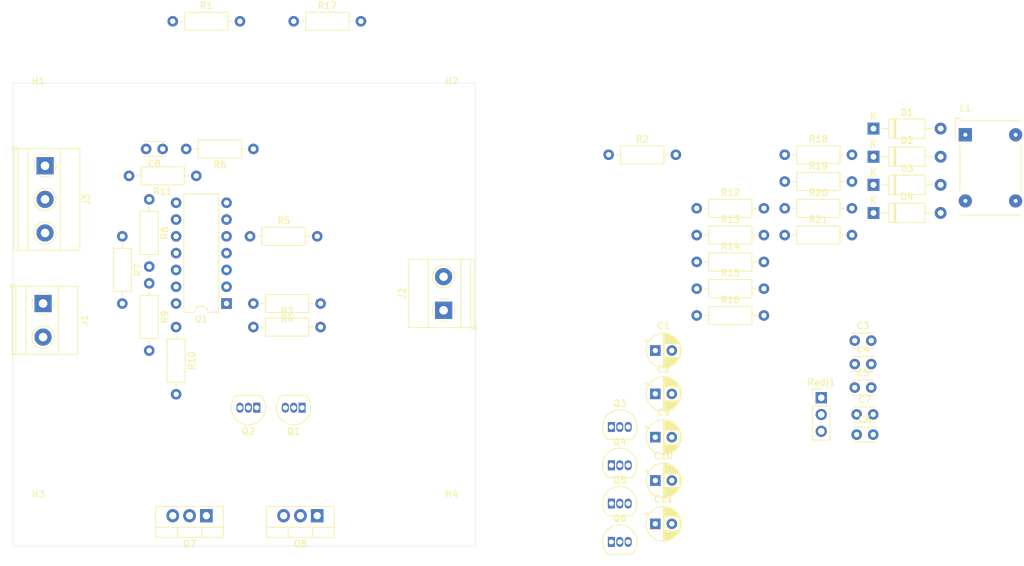
<source format=kicad_pcb>
(kicad_pcb (version 20240108) (generator "pcbnew") (generator_version "8.0")
  (layers (0 "F.Cu" signal) (31 "B.Cu" signal) (34 "B.Paste" user) (35 "F.Paste" user) (36 "B.SilkS" user "B.Silkscreen") (37 "F.SilkS" user "F.Silkscreen") (38 "B.Mask" user) (39 "F.Mask" user) (44 "Edge.Cuts" user))
  (net 0 "")
  (net 1 "GND")
  (net 2 "+5V")
  (net 3 "-5V")
  (net 4 "-30V")
  (net 5 "+30V")
  (net 6 "Net-(U1B-+)")
  (net 7 "Net-(C7-Pad1)")
  (net 8 "Net-(C8-Pad2)")
  (net 9 "Net-(U1C--)")
  (net 10 "RL")
  (net 11 "Net-(D3-K)")
  (net 12 "Net-(D4-A)")
  (net 13 "Vin")
  (net 14 "Vout")
  (net 15 "Net-(Q1-E)")
  (net 16 "Net-(Q1-B)")
  (net 17 "Net-(Q2-E)")
  (net 18 "Net-(Q3-E)")
  (net 19 "Net-(Q4-C)")
  (net 20 "Net-(Q5-E)")
  (net 21 "Net-(Q6-C)")
  (net 22 "Net-(U1A--)")
  (net 23 "Net-(R4-Pad2)")
  (net 24 "Net-(U1B--)")
  (net 25 "Net-(U1C-+)")
  (net 26 "Net-(U1D-+)")
  (net 27 "Net-(R10-Pad1)")
  (footprint "Resistor_THT:R_Axial_DIN0207_L6.3mm_D2.5mm_P10.16mm_Horizontal" (layer "F.Cu") (at 44.704 56.896 -90)
    (property "Reference" "R10" (at 5.08 -2.37 90) (layer "F.SilkS"))
    (property "Value" "470")
    (pad "1" thru_hole circle (at 0 0 270) (size 1.6 1.6) (drill 0.8) (layers "*.Cu" "*.Mask") (net 27 "Net-(R10-Pad1)"))
    (pad "2" thru_hole oval (at 10.16 0 270) (size 1.6 1.6) (drill 0.8) (layers "*.Cu" "*.Mask") (net 16 "Net-(Q1-B)"))
  )
  (footprint "Capacitor_THT:CP_Radial_D5.0mm_P2.50mm" (layer "F.Cu") (at 117.149775 80.094)
    (property "Reference" "C10" (at 1.25 -3.75 0) (layer "F.SilkS"))
    (property "Value" "470uF")
    (pad "1" thru_hole rect (at 0 0) (size 1.6 1.6) (drill 0.8) (layers "*.Cu" "*.Mask") (net 4 "-30V"))
    (pad "2" thru_hole circle (at 2.5 0) (size 1.6 1.6) (drill 0.8) (layers "*.Cu" "*.Mask") (net 1 "GND"))
  )
  (footprint "Resistor_THT:R_Axial_DIN0207_L6.3mm_D2.5mm_P10.16mm_Horizontal" (layer "F.Cu") (at 123.41 38.944)
    (property "Reference" "R12" (at 5.08 -2.37 0) (layer "F.SilkS"))
    (property "Value" "1k")
    (pad "1" thru_hole circle (at 0 0) (size 1.6 1.6) (drill 0.8) (layers "*.Cu" "*.Mask") (net 5 "+30V"))
    (pad "2" thru_hole oval (at 10.16 0) (size 1.6 1.6) (drill 0.8) (layers "*.Cu" "*.Mask") (net 12 "Net-(D4-A)"))
  )
  (footprint "Resistor_THT:R_Axial_DIN0207_L6.3mm_D2.5mm_P10.16mm_Horizontal" (layer "F.Cu") (at 36.576 43.18 -90)
    (property "Reference" "R7" (at 5.08 -2.37 90) (layer "F.SilkS"))
    (property "Value" "2k2")
    (pad "1" thru_hole circle (at 0 0 270) (size 1.6 1.6) (drill 0.8) (layers "*.Cu" "*.Mask") (net 25 "Net-(U1C-+)"))
    (pad "2" thru_hole oval (at 10.16 0 270) (size 1.6 1.6) (drill 0.8) (layers "*.Cu" "*.Mask") (net 1 "GND"))
  )
  (footprint "TerminalBlock_Phoenix:TerminalBlock_Phoenix_MKDS-1,5-3-5.08_1x03_P5.08mm_Horizontal" (layer "F.Cu") (at 24.892 32.512 -90)
    (property "Reference" "J3" (at 5.08 -6.26 90) (layer "F.SilkS"))
    (property "Value" "Fuente")
    (pad "1" thru_hole rect (at 0 0 270) (size 2.6 2.6) (drill 1.3) (layers "*.Cu" "*.Mask") (net 4 "-30V"))
    (pad "2" thru_hole circle (at 5.08 0 270) (size 2.6 2.6) (drill 1.3) (layers "*.Cu" "*.Mask") (net 1 "GND"))
    (pad "3" thru_hole circle (at 10.16 0 270) (size 2.6 2.6) (drill 1.3) (layers "*.Cu" "*.Mask") (net 5 "+30V"))
  )
  (footprint "Connector_PinHeader_2.54mm:PinHeader_1x03_P2.54mm_Vertical" (layer "F.Cu") (at 142.24 67.579)
    (property "Reference" "Radj1" (at 0 -2.33 360) (layer "F.SilkS"))
    (property "Value" "500")
    (pad "1" thru_hole rect (at 0 0) (size 1.7 1.7) (drill 1) (layers "*.Cu" "*.Mask") (net 23 "Net-(R4-Pad2)"))
    (pad "2" thru_hole oval (at 0 2.54) (size 1.7 1.7) (drill 1) (layers "*.Cu" "*.Mask") (net 7 "Net-(C7-Pad1)"))
    (pad "3" thru_hole oval (at 0 5.08) (size 1.7 1.7) (drill 1) (layers "*.Cu" "*.Mask") (net 1 "GND"))
  )
  (footprint "Package_DIP:DIP-14_W7.62mm" (layer "F.Cu") (at 52.324 53.34 180)
    (property "Reference" "U1" (at 3.81 -2.33 360) (layer "F.SilkS"))
    (property "Value" "TL084")
    (pad "1" thru_hole rect (at 0 0 180) (size 1.6 1.6) (drill 0.8) (layers "*.Cu" "*.Mask") (net 23 "Net-(R4-Pad2)"))
    (pad "2" thru_hole oval (at 0 2.54 180) (size 1.6 1.6) (drill 0.8) (layers "*.Cu" "*.Mask") (net 22 "Net-(U1A--)"))
    (pad "3" thru_hole oval (at 0 5.08 180) (size 1.6 1.6) (drill 0.8) (layers "*.Cu" "*.Mask") (net 1 "GND"))
    (pad "4" thru_hole oval (at 0 7.62 180) (size 1.6 1.6) (drill 0.8) (layers "*.Cu" "*.Mask") (net 2 "+5V"))
    (pad "5" thru_hole oval (at 0 10.16 180) (size 1.6 1.6) (drill 0.8) (layers "*.Cu" "*.Mask") (net 6 "Net-(U1B-+)"))
    (pad "6" thru_hole oval (at 0 12.7 180) (size 1.6 1.6) (drill 0.8) (layers "*.Cu" "*.Mask") (net 24 "Net-(U1B--)"))
    (pad "7" thru_hole oval (at 0 15.24 180) (size 1.6 1.6) (drill 0.8) (layers "*.Cu" "*.Mask") (net 24 "Net-(U1B--)"))
    (pad "8" thru_hole oval (at 7.62 15.24 180) (size 1.6 1.6) (drill 0.8) (layers "*.Cu" "*.Mask") (net 8 "Net-(C8-Pad2)"))
    (pad "9" thru_hole oval (at 7.62 12.7 180) (size 1.6 1.6) (drill 0.8) (layers "*.Cu" "*.Mask") (net 9 "Net-(U1C--)"))
    (pad "10" thru_hole oval (at 7.62 10.16 180) (size 1.6 1.6) (drill 0.8) (layers "*.Cu" "*.Mask") (net 25 "Net-(U1C-+)"))
    (pad "11" thru_hole oval (at 7.62 7.62 180) (size 1.6 1.6) (drill 0.8) (layers "*.Cu" "*.Mask") (net 3 "-5V"))
    (pad "12" thru_hole oval (at 7.62 5.08 180) (size 1.6 1.6) (drill 0.8) (layers "*.Cu" "*.Mask") (net 26 "Net-(U1D-+)"))
    (pad "13" thru_hole oval (at 7.62 2.54 180) (size 1.6 1.6) (drill 0.8) (layers "*.Cu" "*.Mask") (net 1 "GND"))
    (pad "14" thru_hole oval (at 7.62 0 180) (size 1.6 1.6) (drill 0.8) (layers "*.Cu" "*.Mask") (net 27 "Net-(R10-Pad1)"))
  )
  (footprint "Resistor_THT:R_Axial_DIN0207_L6.3mm_D2.5mm_P10.16mm_Horizontal" (layer "F.Cu") (at 62.484 10.668)
    (property "Reference" "R17" (at 5.08 -2.37 0) (layer "F.SilkS"))
    (property "Value" "220")
    (pad "1" thru_hole circle (at 0 0) (size 1.6 1.6) (drill 0.8) (layers "*.Cu" "*.Mask") (net 19 "Net-(Q4-C)"))
    (pad "2" thru_hole oval (at 10.16 0) (size 1.6 1.6) (drill 0.8) (layers "*.Cu" "*.Mask") (net 1 "GND"))
  )
  (footprint "Resistor_THT:R_Axial_DIN0207_L6.3mm_D2.5mm_P10.16mm_Horizontal" (layer "F.Cu") (at 55.88 43.18)
    (property "Reference" "R5" (at 5.08 -2.37 0) (layer "F.SilkS"))
    (property "Value" "100k")
    (pad "1" thru_hole circle (at 0 0) (size 1.6 1.6) (drill 0.8) (layers "*.Cu" "*.Mask") (net 6 "Net-(U1B-+)"))
    (pad "2" thru_hole oval (at 10.16 0) (size 1.6 1.6) (drill 0.8) (layers "*.Cu" "*.Mask") (net 1 "GND"))
  )
  (footprint "Resistor_THT:R_Axial_DIN0207_L6.3mm_D2.5mm_P10.16mm_Horizontal" (layer "F.Cu") (at 56.388 56.896)
    (property "Reference" "R3" (at 5.08 -2.37 0) (layer "F.SilkS"))
    (property "Value" "47k")
    (pad "1" thru_hole circle (at 0 0) (size 1.6 1.6) (drill 0.8) (layers "*.Cu" "*.Mask") (net 13 "Vin"))
    (pad "2" thru_hole oval (at 10.16 0) (size 1.6 1.6) (drill 0.8) (layers "*.Cu" "*.Mask") (net 22 "Net-(U1A--)"))
  )
  (footprint "Package_TO_SOT_THT:TO-220-3_Vertical" (layer "F.Cu") (at 66.04 85.415 180)
    (property "Reference" "Q8" (at 2.54 -4.27 360) (layer "F.SilkS"))
    (property "Value" "IRF9540N")
    (pad "1" thru_hole rect (at 0 0 180) (size 1.905 2) (drill 1.1) (layers "*.Cu" "*.Mask") (net 18 "Net-(Q3-E)"))
    (pad "2" thru_hole oval (at 2.54 0 180) (size 1.905 2) (drill 1.1) (layers "*.Cu" "*.Mask") (net 14 "Vout"))
    (pad "3" thru_hole oval (at 5.08 0 180) (size 1.905 2) (drill 1.1) (layers "*.Cu" "*.Mask") (net 5 "+30V"))
  )
  (footprint "Diode_THT:D_A-405_P10.16mm_Horizontal" (layer "F.Cu") (at 150.13 35.394)
    (property "Reference" "D3" (at 5.08 -2.47 0) (layer "F.SilkS"))
    (property "Value" "1N4742")
    (fp_text user "K" (at 0 -1.9 0) (layer "F.SilkS"))
    (pad "1" thru_hole rect (at 0 0) (size 1.8 1.8) (drill 0.9) (layers "*.Cu" "*.Mask") (net 11 "Net-(D3-K)"))
    (pad "2" thru_hole oval (at 10.16 0) (size 1.8 1.8) (drill 0.9) (layers "*.Cu" "*.Mask") (net 4 "-30V"))
  )
  (footprint "Package_TO_SOT_THT:TO-92_Inline" (layer "F.Cu") (at 63.754 69.088 180)
    (property "Reference" "Q1" (at 1.27 -3.56 360) (layer "F.SilkS"))
    (property "Value" "MPSA42")
    (pad "1" thru_hole rect (at 0 0 180) (size 1.05 1.5) (drill 0.75) (layers "*.Cu" "*.Mask") (net 15 "Net-(Q1-E)"))
    (pad "2" thru_hole oval (at 1.27 0 180) (size 1.05 1.5) (drill 0.75) (layers "*.Cu" "*.Mask") (net 16 "Net-(Q1-B)"))
    (pad "3" thru_hole oval (at 2.54 0 180) (size 1.05 1.5) (drill 0.75) (layers "*.Cu" "*.Mask") (net 12 "Net-(D4-A)"))
  )
  (footprint "Diode_THT:D_A-405_P10.16mm_Horizontal" (layer "F.Cu") (at 150.13 31.144)
    (property "Reference" "D2" (at 5.08 -2.47 0) (layer "F.SilkS"))
    (property "Value" "1N4733")
    (fp_text user "K" (at 0 -1.9 0) (layer "F.SilkS"))
    (pad "1" thru_hole rect (at 0 0) (size 1.8 1.8) (drill 0.9) (layers "*.Cu" "*.Mask") (net 1 "GND"))
    (pad "2" thru_hole oval (at 10.16 0) (size 1.8 1.8) (drill 0.9) (layers "*.Cu" "*.Mask") (net 3 "-5V"))
  )
  (footprint "Resistor_THT:R_Axial_DIN0207_L6.3mm_D2.5mm_P10.16mm_Horizontal" (layer "F.Cu") (at 56.388 29.972 180)
    (property "Reference" "R6" (at 5.08 -2.37 360) (layer "F.SilkS"))
    (property "Value" "2k2")
    (pad "1" thru_hole circle (at 0 0 180) (size 1.6 1.6) (drill 0.8) (layers "*.Cu" "*.Mask") (net 24 "Net-(U1B--)"))
    (pad "2" thru_hole oval (at 10.16 0 180) (size 1.6 1.6) (drill 0.8) (layers "*.Cu" "*.Mask") (net 9 "Net-(U1C--)"))
  )
  (footprint "Resistor_THT:R_Axial_DIN0207_L6.3mm_D2.5mm_P10.16mm_Horizontal" (layer "F.Cu") (at 136.72 30.844)
    (property "Reference" "R18" (at 5.08 -2.37 0) (layer "F.SilkS"))
    (property "Value" "220")
    (pad "1" thru_hole circle (at 0 0) (size 1.6 1.6) (drill 0.8) (layers "*.Cu" "*.Mask") (net 1 "GND"))
    (pad "2" thru_hole oval (at 10.16 0) (size 1.6 1.6) (drill 0.8) (layers "*.Cu" "*.Mask") (net 21 "Net-(Q6-C)"))
  )
  (footprint "TerminalBlock_Phoenix:TerminalBlock_Phoenix_MKDS-1,5-2-5.08_1x02_P5.08mm_Horizontal" (layer "F.Cu") (at 85.141 54.361 90)
    (property "Reference" "J2" (at 2.54 -6.26 90) (layer "F.SilkS"))
    (property "Value" "Output")
    (pad "1" thru_hole rect (at 0 0 90) (size 2.6 2.6) (drill 1.3) (layers "*.Cu" "*.Mask") (net 10 "RL"))
    (pad "2" thru_hole circle (at 5.08 0 90) (size 2.6 2.6) (drill 1.3) (layers "*.Cu" "*.Mask") (net 1 "GND"))
  )
  (footprint "Capacitor_THT:C_Disc_D3.0mm_W2.0mm_P2.50mm" (layer "F.Cu") (at 147.3 66.044)
    (property "Reference" "C5" (at 1.25 -2.25 0) (layer "F.SilkS"))
    (property "Value" "0.1uF")
    (pad "1" thru_hole circle (at 0 0) (size 1.6 1.6) (drill 0.8) (layers "*.Cu" "*.Mask") (net 2 "+5V"))
    (pad "2" thru_hole circle (at 2.5 0) (size 1.6 1.6) (drill 0.8) (layers "*.Cu" "*.Mask") (net 1 "GND"))
  )
  (footprint "Capacitor_THT:C_Disc_D3.0mm_W2.0mm_P2.50mm" (layer "F.Cu") (at 147.594 70.104)
    (property "Reference" "C7" (at 1.25 -2.25 0) (layer "F.SilkS"))
    (property "Value" "470nF")
    (pad "1" thru_hole circle (at 0 0) (size 1.6 1.6) (drill 0.8) (layers "*.Cu" "*.Mask") (net 7 "Net-(C7-Pad1)"))
    (pad "2" thru_hole circle (at 2.5 0) (size 1.6 1.6) (drill 0.8) (layers "*.Cu" "*.Mask") (net 6 "Net-(U1B-+)"))
  )
  (footprint "Resistor_THT:R_Axial_DIN0207_L6.3mm_D2.5mm_P10.16mm_Horizontal" (layer "F.Cu") (at 123.41 47.044)
    (property "Reference" "R14" (at 5.08 -2.37 0) (layer "F.SilkS"))
    (property "Value" "220")
    (pad "1" thru_hole circle (at 0 0) (size 1.6 1.6) (drill 0.8) (layers "*.Cu" "*.Mask") (net 1 "GND"))
    (pad "2" thru_hole oval (at 10.16 0) (size 1.6 1.6) (drill 0.8) (layers "*.Cu" "*.Mask") (net 17 "Net-(Q2-E)"))
  )
  (footprint "Inductor_THT:Choke_Schaffner_RN204-04-9.0x14.0mm" (layer "F.Cu") (at 164.025 27.829)
    (property "Reference" "L1" (at 0 -4 0) (layer "F.SilkS"))
    (property "Value" "30uH")
    (pad "1" thru_hole rect (at 0 0) (size 2 2) (drill 0.6) (layers "*.Cu" "*.Mask") (net 14 "Vout"))
    (pad "2" thru_hole circle (at 7.6 0) (size 2 2) (drill 0.6) (layers "*.Cu" "*.Mask") (net 10 "RL"))
    (pad "3" thru_hole circle (at 0 10) (size 2 2) (drill 0.6) (layers "*.Cu" "*.Mask"))
    (pad "4" thru_hole circle (at 7.6 10) (size 2 2) (drill 0.6) (layers "*.Cu" "*.Mask"))
  )
  (footprint "Capacitor_THT:CP_Radial_D5.0mm_P2.50mm" (layer "F.Cu") (at 117.149775 66.994)
    (property "Reference" "C2" (at 1.25 -3.75 0) (layer "F.SilkS"))
    (property "Value" "100uF")
    (pad "1" thru_hole rect (at 0 0) (size 1.6 1.6) (drill 0.8) (layers "*.Cu" "*.Mask") (net 1 "GND"))
    (pad "2" thru_hole circle (at 2.5 0) (size 1.6 1.6) (drill 0.8) (layers "*.Cu" "*.Mask") (net 3 "-5V"))
  )
  (footprint "Resistor_THT:R_Axial_DIN0207_L6.3mm_D2.5mm_P10.16mm_Horizontal" (layer "F.Cu") (at 40.64 50.292 -90)
    (property "Reference" "R9" (at 5.08 -2.37 90) (layer "F.SilkS"))
    (property "Value" "100k")
    (pad "1" thru_hole circle (at 0 0 270) (size 1.6 1.6) (drill 0.8) (layers "*.Cu" "*.Mask") (net 26 "Net-(U1D-+)"))
    (pad "2" thru_hole oval (at 10.16 0 270) (size 1.6 1.6) (drill 0.8) (layers "*.Cu" "*.Mask") (net 27 "Net-(R10-Pad1)"))
  )
  (footprint "Package_TO_SOT_THT:TO-92_Inline" (layer "F.Cu") (at 110.51 89.374)
    (property "Reference" "Q6" (at 1.27 -3.56 0) (layer "F.SilkS"))
    (property "Value" "MPSA42")
    (pad "1" thru_hole rect (at 0 0) (size 1.05 1.5) (drill 0.75) (layers "*.Cu" "*.Mask") (net 20 "Net-(Q5-E)"))
    (pad "2" thru_hole oval (at 1.27 0) (size 1.05 1.5) (drill 0.75) (layers "*.Cu" "*.Mask") (net 11 "Net-(D3-K)"))
    (pad "3" thru_hole oval (at 2.54 0) (size 1.05 1.5) (drill 0.75) (layers "*.Cu" "*.Mask") (net 21 "Net-(Q6-C)"))
  )
  (footprint "Package_TO_SOT_THT:TO-92_Inline" (layer "F.Cu") (at 110.51 72.004)
    (property "Reference" "Q3" (at 1.27 -3.56 0) (layer "F.SilkS"))
    (property "Value" "BC337")
    (pad "1" thru_hole rect (at 0 0) (size 1.05 1.5) (drill 0.75) (layers "*.Cu" "*.Mask") (net 5 "+30V"))
    (pad "2" thru_hole oval (at 1.27 0) (size 1.05 1.5) (drill 0.75) (layers "*.Cu" "*.Mask") (net 12 "Net-(D4-A)"))
    (pad "3" thru_hole oval (at 2.54 0) (size 1.05 1.5) (drill 0.75) (layers "*.Cu" "*.Mask") (net 18 "Net-(Q3-E)"))
  )
  (footprint "Resistor_THT:R_Axial_DIN0207_L6.3mm_D2.5mm_P10.16mm_Horizontal" (layer "F.Cu") (at 136.72 38.944)
    (property "Reference" "R20" (at 5.08 -2.37 0) (layer "F.SilkS"))
    (property "Value" "22k")
    (pad "1" thru_hole circle (at 0 0) (size 1.6 1.6) (drill 0.8) (layers "*.Cu" "*.Mask") (net 16 "Net-(Q1-B)"))
    (pad "2" thru_hole oval (at 10.16 0) (size 1.6 1.6) (drill 0.8) (layers "*.Cu" "*.Mask") (net 14 "Vout"))
  )
  (footprint "MountingHole:MountingHole_3.2mm_M3" (layer "F.Cu") (at 86.36 23.876)
    (property "Reference" "H2" (at 0 -4.2 0) (layer "F.SilkS"))
    (property "Value" "MountingHole")
    (pad "" np_thru_hole circle (at 0 0) (size 3.2 3.2) (drill 3.2) (layers "*.Cu" "*.Mask"))
  )
  (footprint "Resistor_THT:R_Axial_DIN0207_L6.3mm_D2.5mm_P10.16mm_Horizontal" (layer "F.Cu") (at 123.41 51.094)
    (property "Reference" "R15" (at 5.08 -2.37 0) (layer "F.SilkS"))
    (property "Value" "1k")
    (pad "1" thru_hole circle (at 0 0) (size 1.6 1.6) (drill 0.8) (layers "*.Cu" "*.Mask") (net 11 "Net-(D3-K)"))
    (pad "2" thru_hole oval (at 10.16 0) (size 1.6 1.6) (drill 0.8) (layers "*.Cu" "*.Mask") (net 4 "-30V"))
  )
  (footprint "MountingHole:MountingHole_3.2mm_M3" (layer "F.Cu") (at 86.36 86.36)
    (property "Reference" "H4" (at 0 -4.2 0) (layer "F.SilkS"))
    (property "Value" "MountingHole")
    (pad "" np_thru_hole circle (at 0 0) (size 3.2 3.2) (drill 3.2) (layers "*.Cu" "*.Mask"))
  )
  (footprint "MountingHole:MountingHole_3.2mm_M3" (layer "F.Cu") (at 23.876 86.36)
    (property "Reference" "H3" (at 0 -4.2 0) (layer "F.SilkS"))
    (property "Value" "MountingHole")
    (pad "" np_thru_hole circle (at 0 0) (size 3.2 3.2) (drill 3.2) (layers "*.Cu" "*.Mask"))
  )
  (footprint "Diode_THT:D_A-405_P10.16mm_Horizontal" (layer "F.Cu") (at 150.13 39.644)
    (property "Reference" "D4" (at 5.08 -2.47 0) (layer "F.SilkS"))
    (property "Value" "1N4742")
    (fp_text user "K" (at 0 -1.9 0) (layer "F.SilkS"))
    (pad "1" thru_hole rect (at 0 0) (size 1.8 1.8) (drill 0.9) (layers "*.Cu" "*.Mask") (net 5 "+30V"))
    (pad "2" thru_hole oval (at 10.16 0) (size 1.8 1.8) (drill 0.9) (layers "*.Cu" "*.Mask") (net 12 "Net-(D4-A)"))
  )
  (footprint "Capacitor_THT:CP_Radial_D5.0mm_P2.50mm" (layer "F.Cu") (at 117.149775 73.544)
    (property "Reference" "C9" (at 1.25 -3.75 0) (layer "F.SilkS"))
    (property "Value" "470uF")
    (pad "1" thru_hole rect (at 0 0) (size 1.6 1.6) (drill 0.8) (layers "*.Cu" "*.Mask") (net 5 "+30V"))
    (pad "2" thru_hole circle (at 2.5 0) (size 1.6 1.6) (drill 0.8) (layers "*.Cu" "*.Mask") (net 1 "GND"))
  )
  (footprint "Package_TO_SOT_THT:TO-92_Inline" (layer "F.Cu") (at 56.896 69.088 180)
    (property "Reference" "Q2" (at 1.27 -3.56 360) (layer "F.SilkS"))
    (property "Value" "MPSA92")
    (pad "1" thru_hole rect (at 0 0 180) (size 1.05 1.5) (drill 0.75) (layers "*.Cu" "*.Mask") (net 17 "Net-(Q2-E)"))
    (pad "2" thru_hole oval (at 1.27 0 180) (size 1.05 1.5) (drill 0.75) (layers "*.Cu" "*.Mask") (net 16 "Net-(Q1-B)"))
    (pad "3" thru_hole oval (at 2.54 0 180) (size 1.05 1.5) (drill 0.75) (layers "*.Cu" "*.Mask") (net 11 "Net-(D3-K)"))
  )
  (footprint "Capacitor_THT:C_Disc_D3.0mm_W2.0mm_P2.50mm" (layer "F.Cu") (at 147.3 62.494)
    (property "Reference" "C4" (at 1.25 -2.25 0) (layer "F.SilkS"))
    (property "Value" "1uF")
    (pad "1" thru_hole circle (at 0 0) (size 1.6 1.6) (drill 0.8) (layers "*.Cu" "*.Mask") (net 5 "+30V"))
    (pad "2" thru_hole circle (at 2.5 0) (size 1.6 1.6) (drill 0.8) (layers "*.Cu" "*.Mask") (net 1 "GND"))
  )
  (footprint "Resistor_THT:R_Axial_DIN0207_L6.3mm_D2.5mm_P10.16mm_Horizontal" (layer "F.Cu") (at 44.196 10.668)
    (property "Reference" "R1" (at 5.08 -2.37 0) (layer "F.SilkS"))
    (property "Value" "1k2")
    (pad "1" thru_hole circle (at 0 0) (size 1.6 1.6) (drill 0.8) (layers "*.Cu" "*.Mask") (net 5 "+30V"))
    (pad "2" thru_hole oval (at 10.16 0) (size 1.6 1.6) (drill 0.8) (layers "*.Cu" "*.Mask") (net 2 "+5V"))
  )
  (footprint "Package_TO_SOT_THT:TO-92_Inline" (layer "F.Cu") (at 110.51 77.794)
    (property "Reference" "Q4" (at 1.27 -3.56 0) (layer "F.SilkS"))
    (property "Value" "MPSA92")
    (pad "1" thru_hole rect (at 0 0) (size 1.05 1.5) (drill 0.75) (layers "*.Cu" "*.Mask") (net 18 "Net-(Q3-E)"))
    (pad "2" thru_hole oval (at 1.27 0) (size 1.05 1.5) (drill 0.75) (layers "*.Cu" "*.Mask") (net 12 "Net-(D4-A)"))
    (pad "3" thru_hole oval (at 2.54 0) (size 1.05 1.5) (drill 0.75) (layers "*.Cu" "*.Mask") (net 19 "Net-(Q4-C)"))
  )
  (footprint "Resistor_THT:R_Axial_DIN0207_L6.3mm_D2.5mm_P10.16mm_Horizontal" (layer "F.Cu") (at 123.41 42.994)
    (property "Reference" "R13" (at 5.08 -2.37 0) (layer "F.SilkS"))
    (property "Value" "220")
    (pad "1" thru_hole circle (at 0 0) (size 1.6 1.6) (drill 0.8) (layers "*.Cu" "*.Mask") (net 15 "Net-(Q1-E)"))
    (pad "2" thru_hole oval (at 10.16 0) (size 1.6 1.6) (drill 0.8) (layers "*.Cu" "*.Mask") (net 1 "GND"))
  )
  (footprint "Capacitor_THT:C_Disc_D3.0mm_W2.0mm_P2.50mm" (layer "F.Cu") (at 42.672 29.972 180)
    (property "Reference" "C8" (at 1.25 -2.25 360) (layer "F.SilkS"))
    (property "Value" "820pF")
    (pad "1" thru_hole circle (at 0 0 180) (size 1.6 1.6) (drill 0.8) (layers "*.Cu" "*.Mask") (net 9 "Net-(U1C--)"))
    (pad "2" thru_hole circle (at 2.5 0 180) (size 1.6 1.6) (drill 0.8) (layers "*.Cu" "*.Mask") (net 8 "Net-(C8-Pad2)"))
  )
  (footprint "Capacitor_THT:CP_Radial_D5.0mm_P2.50mm" (layer "F.Cu") (at 117.149775 60.444)
    (property "Reference" "C1" (at 1.25 -3.75 0) (layer "F.SilkS"))
    (property "Value" "100uF")
    (pad "1" thru_hole rect (at 0 0) (size 1.6 1.6) (drill 0.8) (layers "*.Cu" "*.Mask") (net 2 "+5V"))
    (pad "2" thru_hole circle (at 2.5 0) (size 1.6 1.6) (drill 0.8) (layers "*.Cu" "*.Mask") (net 1 "GND"))
  )
  (footprint "Package_TO_SOT_THT:TO-220-3_Vertical" (layer "F.Cu") (at 49.276 85.415 180)
    (property "Reference" "Q7" (at 2.54 -4.27 360) (layer "F.SilkS"))
    (property "Value" "IRF630")
    (pad "1" thru_hole rect (at 0 0 180) (size 1.905 2) (drill 1.1) (layers "*.Cu" "*.Mask") (net 20 "Net-(Q5-E)"))
    (pad "2" thru_hole oval (at 2.54 0 180) (size 1.905 2) (drill 1.1) (layers "*.Cu" "*.Mask") (net 14 "Vout"))
    (pad "3" thru_hole oval (at 5.08 0 180) (size 1.905 2) (drill 1.1) (layers "*.Cu" "*.Mask") (net 4 "-30V"))
  )
  (footprint "Capacitor_THT:CP_Radial_D5.0mm_P2.50mm" (layer "F.Cu") (at 117.149775 86.644)
    (property "Reference" "C11" (at 1.25 -3.75 0) (layer "F.SilkS"))
    (property "Value" "1.5uF")
    (pad "1" thru_hole rect (at 0 0) (size 1.6 1.6) (drill 0.8) (layers "*.Cu" "*.Mask") (net 10 "RL"))
    (pad "2" thru_hole circle (at 2.5 0) (size 1.6 1.6) (drill 0.8) (layers "*.Cu" "*.Mask") (net 1 "GND"))
  )
  (footprint "Resistor_THT:R_Axial_DIN0207_L6.3mm_D2.5mm_P10.16mm_Horizontal" (layer "F.Cu") (at 110.1 30.844)
    (property "Reference" "R2" (at 5.08 -2.37 0) (layer "F.SilkS"))
    (property "Value" "1k2")
    (pad "1" thru_hole circle (at 0 0) (size 1.6 1.6) (drill 0.8) (layers "*.Cu" "*.Mask") (net 4 "-30V"))
    (pad "2" thru_hole oval (at 10.16 0) (size 1.6 1.6) (drill 0.8) (layers "*.Cu" "*.Mask") (net 3 "-5V"))
  )
  (footprint "Resistor_THT:R_Axial_DIN0207_L6.3mm_D2.5mm_P10.16mm_Horizontal" (layer "F.Cu") (at 136.72 42.994)
    (property "Reference" "R21" (at 5.08 -2.37 0) (layer "F.SilkS"))
    (property "Value" "56k")
    (pad "1" thru_hole circle (at 0 0) (size 1.6 1.6) (drill 0.8) (layers "*.Cu" "*.Mask") (net 9 "Net-(U1C--)"))
    (pad "2" thru_hole oval (at 10.16 0) (size 1.6 1.6) (drill 0.8) (layers "*.Cu" "*.Mask") (net 14 "Vout"))
  )
  (footprint "TerminalBlock_Phoenix:TerminalBlock_Phoenix_MKDS-1,5-2-5.08_1x02_P5.08mm_Horizontal" (layer "F.Cu") (at 24.587 53.335 -90)
    (property "Reference" "J1" (at 2.54 -6.26 90) (layer "F.SilkS"))
    (property "Value" "Input")
    (pad "1" thru_hole rect (at 0 0 270) (size 2.6 2.6) (drill 1.3) (layers "*.Cu" "*.Mask") (net 13 "Vin"))
    (pad "2" thru_hole circle (at 5.08 0 270) (size 2.6 2.6) (drill 1.3) (layers "*.Cu" "*.Mask") (net 1 "GND"))
  )
  (footprint "Package_TO_SOT_THT:TO-92_Inline" (layer "F.Cu") (at 110.51 83.584)
    (property "Reference" "Q5" (at 1.27 -3.56 0) (layer "F.SilkS"))
    (property "Value" "BC327")
    (pad "1" thru_hole rect (at 0 0) (size 1.05 1.5) (drill 0.75) (layers "*.Cu" "*.Mask") (net 4 "-30V"))
    (pad "2" thru_hole oval (at 1.27 0) (size 1.05 1.5) (drill 0.75) (layers "*.Cu" "*.Mask") (net 11 "Net-(D3-K)"))
    (pad "3" thru_hole oval (at 2.54 0) (size 1.05 1.5) (drill 0.75) (layers "*.Cu" "*.Mask") (net 20 "Net-(Q5-E)"))
  )
  (footprint "MountingHole:MountingHole_3.2mm_M3" (layer "F.Cu") (at 23.876 23.876)
    (property "Reference" "H1" (at 0 -4.2 0) (layer "F.SilkS"))
    (property "Value" "MountingHole")
    (pad "" np_thru_hole circle (at 0 0) (size 3.2 3.2) (drill 3.2) (layers "*.Cu" "*.Mask"))
  )
  (footprint "Resistor_THT:R_Axial_DIN0207_L6.3mm_D2.5mm_P10.16mm_Horizontal" (layer "F.Cu") (at 40.64 37.592 -90)
    (property "Reference" "R8" (at 5.08 -2.37 90) (layer "F.SilkS"))
    (property "Value" "2k2")
    (pad "1" thru_hole circle (at 0 0 270) (size 1.6 1.6) (drill 0.8) (layers "*.Cu" "*.Mask") (net 8 "Net-(C8-Pad2)"))
    (pad "2" thru_hole oval (at 10.16 0 270) (size 1.6 1.6) (drill 0.8) (layers "*.Cu" "*.Mask") (net 26 "Net-(U1D-+)"))
  )
  (footprint "Resistor_THT:R_Axial_DIN0207_L6.3mm_D2.5mm_P10.16mm_Horizontal" (layer "F.Cu") (at 136.72 34.894)
    (property "Reference" "R19" (at 5.08 -2.37 0) (layer "F.SilkS"))
    (property "Value" "680")
    (pad "1" thru_hole circle (at 0 0) (size 1.6 1.6) (drill 0.8) (layers "*.Cu" "*.Mask") (net 20 "Net-(Q5-E)"))
    (pad "2" thru_hole oval (at 10.16 0) (size 1.6 1.6) (drill 0.8) (layers "*.Cu" "*.Mask") (net 4 "-30V"))
  )
  (footprint "Capacitor_THT:C_Disc_D3.0mm_W2.0mm_P2.50mm" (layer "F.Cu") (at 147.3 58.944)
    (property "Reference" "C3" (at 1.25 -2.25 0) (layer "F.SilkS"))
    (property "Value" "1uF")
    (pad "1" thru_hole circle (at 0 0) (size 1.6 1.6) (drill 0.8) (layers "*.Cu" "*.Mask") (net 1 "GND"))
    (pad "2" thru_hole circle (at 2.5 0) (size 1.6 1.6) (drill 0.8) (layers "*.Cu" "*.Mask") (net 4 "-30V"))
  )
  (footprint "Resistor_THT:R_Axial_DIN0207_L6.3mm_D2.5mm_P10.16mm_Horizontal" (layer "F.Cu") (at 47.752 34.036 180)
    (property "Reference" "R11" (at 5.08 -2.37 360) (layer "F.SilkS"))
    (property "Value" "10M")
    (pad "1" thru_hole circle (at 0 0 180) (size 1.6 1.6) (drill 0.8) (layers "*.Cu" "*.Mask") (net 9 "Net-(U1C--)"))
    (pad "2" thru_hole oval (at 10.16 0 180) (size 1.6 1.6) (drill 0.8) (layers "*.Cu" "*.Mask") (net 8 "Net-(C8-Pad2)"))
  )
  (footprint "Capacitor_THT:C_Disc_D3.0mm_W2.0mm_P2.50mm" (layer "F.Cu") (at 147.594 73.152)
    (property "Reference" "C6" (at 1.25 -2.25 0) (layer "F.SilkS"))
    (property "Value" "0,1uF")
    (pad "1" thru_hole circle (at 0 0) (size 1.6 1.6) (drill 0.8) (layers "*.Cu" "*.Mask") (net 1 "GND"))
    (pad "2" thru_hole circle (at 2.5 0) (size 1.6 1.6) (drill 0.8) (layers "*.Cu" "*.Mask") (net 3 "-5V"))
  )
  (footprint "Diode_THT:D_A-405_P10.16mm_Horizontal" (layer "F.Cu") (at 150.13 26.894)
    (property "Reference" "D1" (at 5.08 -2.47 0) (layer "F.SilkS"))
    (property "Value" "1N4733")
    (fp_text user "K" (at 0 -1.9 0) (layer "F.SilkS"))
    (pad "1" thru_hole rect (at 0 0) (size 1.8 1.8) (drill 0.9) (layers "*.Cu" "*.Mask") (net 2 "+5V"))
    (pad "2" thru_hole oval (at 10.16 0) (size 1.8 1.8) (drill 0.9) (layers "*.Cu" "*.Mask") (net 1 "GND"))
  )
  (footprint "Resistor_THT:R_Axial_DIN0207_L6.3mm_D2.5mm_P10.16mm_Horizontal" (layer "F.Cu") (at 66.548 53.34 180)
    (property "Reference" "R4" (at 5.08 -2.37 360) (layer "F.SilkS"))
    (property "Value" "47k")
    (pad "1" thru_hole circle (at 0 0 180) (size 1.6 1.6) (drill 0.8) (layers "*.Cu" "*.Mask") (net 22 "Net-(U1A--)"))
    (pad "2" thru_hole oval (at 10.16 0 180) (size 1.6 1.6) (drill 0.8) (layers "*.Cu" "*.Mask") (net 23 "Net-(R4-Pad2)"))
  )
  (footprint "Resistor_THT:R_Axial_DIN0207_L6.3mm_D2.5mm_P10.16mm_Horizontal" (layer "F.Cu") (at 123.41 55.144)
    (property "Reference" "R16" (at 5.08 -2.37 0) (layer "F.SilkS"))
    (property "Value" "680")
    (pad "1" thru_hole circle (at 0 0) (size 1.6 1.6) (drill 0.8) (layers "*.Cu" "*.Mask") (net 5 "+30V"))
    (pad "2" thru_hole oval (at 10.16 0) (size 1.6 1.6) (drill 0.8) (layers "*.Cu" "*.Mask") (net 18 "Net-(Q3-E)"))
  )
  (gr_rect (start 20 20) (end 90 90) (stroke (width 0.05)) (fill none) (layer "Edge.Cuts"))
)
</source>
